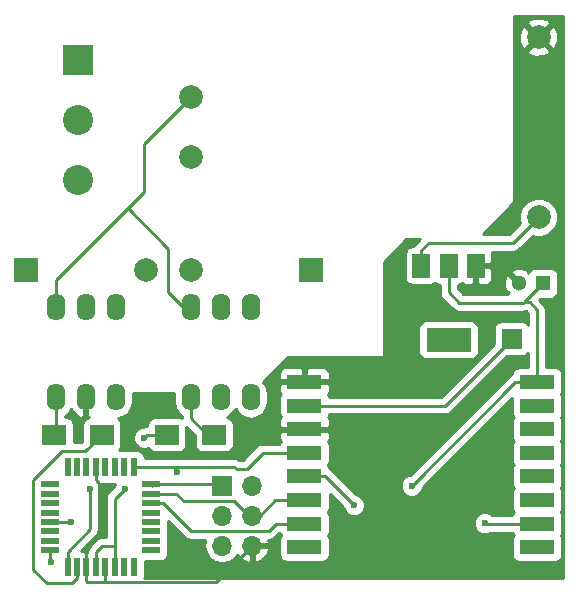
<source format=gtl>
G04 #@! TF.FileFunction,Copper,L1,Top,Signal*
%FSLAX46Y46*%
G04 Gerber Fmt 4.6, Leading zero omitted, Abs format (unit mm)*
G04 Created by KiCad (PCBNEW 4.0.5-e0-6337~49~ubuntu16.04.1) date Wed Jan 18 08:16:45 2017*
%MOMM*%
%LPD*%
G01*
G04 APERTURE LIST*
%ADD10C,0.100000*%
%ADD11R,3.000000X1.200000*%
%ADD12R,1.300000X1.300000*%
%ADD13C,1.300000*%
%ADD14C,1.998980*%
%ADD15R,1.998980X1.998980*%
%ADD16R,2.540000X2.540000*%
%ADD17C,2.540000*%
%ADD18C,2.000000*%
%ADD19O,1.600000X2.300000*%
%ADD20R,0.550000X1.600000*%
%ADD21R,1.600000X0.550000*%
%ADD22R,1.700000X1.700000*%
%ADD23O,1.700000X1.700000*%
%ADD24R,3.800000X2.000000*%
%ADD25R,1.500000X2.000000*%
%ADD26R,2.000000X1.700000*%
%ADD27C,0.600000*%
%ADD28C,0.250000*%
%ADD29C,0.254000*%
G04 APERTURE END LIST*
D10*
D11*
X180470000Y-125095000D03*
X180470000Y-123095000D03*
X180470000Y-121095000D03*
X180470000Y-119095000D03*
X180470000Y-117095000D03*
X180470000Y-115095000D03*
X180470000Y-113095000D03*
X180470000Y-111095000D03*
X160770000Y-111095000D03*
X160770000Y-113095000D03*
X160770000Y-115095000D03*
X160770000Y-117095000D03*
X160770000Y-119095000D03*
X160770000Y-121095000D03*
X160770000Y-123095000D03*
X160770000Y-125095000D03*
D12*
X180975000Y-102743000D03*
D13*
X178975000Y-102743000D03*
D14*
X147320000Y-101597460D03*
D15*
X137160000Y-101597460D03*
D16*
X141605000Y-83820000D03*
D17*
X141605000Y-88900000D03*
X141605000Y-93980000D03*
D14*
X151130000Y-101602540D03*
D15*
X161290000Y-101602540D03*
D18*
X151130000Y-86995000D03*
X151130000Y-92075000D03*
X180594000Y-81915000D03*
X180594000Y-97155000D03*
D19*
X139700000Y-112395000D03*
X142240000Y-112395000D03*
X144780000Y-112395000D03*
X144780000Y-104775000D03*
X142240000Y-104775000D03*
X139700000Y-104775000D03*
X151130000Y-112395000D03*
X153670000Y-112395000D03*
X156210000Y-112395000D03*
X156210000Y-104775000D03*
X153670000Y-104775000D03*
X151130000Y-104775000D03*
D20*
X140710000Y-126805000D03*
X141510000Y-126805000D03*
X142310000Y-126805000D03*
X143110000Y-126805000D03*
X143910000Y-126805000D03*
X144710000Y-126805000D03*
X145510000Y-126805000D03*
X146310000Y-126805000D03*
D21*
X147760000Y-125355000D03*
X147760000Y-124555000D03*
X147760000Y-123755000D03*
X147760000Y-122955000D03*
X147760000Y-122155000D03*
X147760000Y-121355000D03*
X147760000Y-120555000D03*
X147760000Y-119755000D03*
D20*
X146310000Y-118305000D03*
X145510000Y-118305000D03*
X144710000Y-118305000D03*
X143910000Y-118305000D03*
X143110000Y-118305000D03*
X142310000Y-118305000D03*
X141510000Y-118305000D03*
X140710000Y-118305000D03*
D21*
X139260000Y-119755000D03*
X139260000Y-120555000D03*
X139260000Y-121355000D03*
X139260000Y-122155000D03*
X139260000Y-122955000D03*
X139260000Y-123755000D03*
X139260000Y-124555000D03*
X139260000Y-125355000D03*
D22*
X153797000Y-119888000D03*
D23*
X156337000Y-119888000D03*
X153797000Y-122428000D03*
X156337000Y-122428000D03*
X153797000Y-124968000D03*
X156337000Y-124968000D03*
D24*
X172974000Y-107544000D03*
D25*
X172974000Y-101244000D03*
X170674000Y-101244000D03*
X175274000Y-101244000D03*
D22*
X178308000Y-107442000D03*
D26*
X139605000Y-115570000D03*
X143605000Y-115570000D03*
X153130000Y-115570000D03*
X149130000Y-115570000D03*
D27*
X145542000Y-120142000D03*
X169850000Y-119875000D03*
X142621000Y-120142000D03*
X147193000Y-115824000D03*
X164973000Y-121539000D03*
X149987000Y-118745000D03*
X140970000Y-122936000D03*
X176022000Y-123063000D03*
X139319000Y-126365000D03*
D28*
X143910000Y-127997000D02*
X153308000Y-127997000D01*
X153308000Y-127997000D02*
X156337000Y-124968000D01*
X143110000Y-118305000D02*
X143110000Y-119361000D01*
X142310000Y-125279000D02*
X142310000Y-126805000D01*
X143383000Y-124206000D02*
X142310000Y-125279000D01*
X143383000Y-119634000D02*
X143383000Y-124206000D01*
X143110000Y-119361000D02*
X143383000Y-119634000D01*
X142310000Y-126805000D02*
X142310000Y-127959000D01*
X143910000Y-127997000D02*
X143910000Y-126805000D01*
X143891000Y-128016000D02*
X143910000Y-127997000D01*
X142367000Y-128016000D02*
X143891000Y-128016000D01*
X142310000Y-127959000D02*
X142367000Y-128016000D01*
X144710000Y-123698000D02*
X144710000Y-120974000D01*
X144710000Y-120974000D02*
X145542000Y-120142000D01*
X143110000Y-126805000D02*
X143110000Y-125495000D01*
X143637000Y-124968000D02*
X144710000Y-124968000D01*
X143110000Y-125495000D02*
X143637000Y-124968000D01*
X144710000Y-123698000D02*
X144710000Y-124968000D01*
X144710000Y-124968000D02*
X144710000Y-126805000D01*
X180470000Y-111095000D02*
X178630000Y-111095000D01*
X178630000Y-111095000D02*
X169850000Y-119875000D01*
X179350000Y-104368000D02*
X179843000Y-104368000D01*
X180470000Y-104995000D02*
X180470000Y-111095000D01*
X179843000Y-104368000D02*
X180470000Y-104995000D01*
X172974000Y-101244000D02*
X172974000Y-103499000D01*
X179343000Y-104375000D02*
X179350000Y-104368000D01*
X179350000Y-104368000D02*
X180975000Y-102743000D01*
X173850000Y-104375000D02*
X179343000Y-104375000D01*
X172974000Y-103499000D02*
X173850000Y-104375000D01*
X140589000Y-116967000D02*
X140208000Y-116967000D01*
X137795000Y-127000000D02*
X138938000Y-128143000D01*
X137795000Y-119380000D02*
X137795000Y-127000000D01*
X140208000Y-116967000D02*
X137795000Y-119380000D01*
X141510000Y-126805000D02*
X141510000Y-127730000D01*
X141097000Y-128143000D02*
X138938000Y-128143000D01*
X141510000Y-127730000D02*
X141097000Y-128143000D01*
X142208000Y-116967000D02*
X143605000Y-115570000D01*
X140589000Y-116967000D02*
X142208000Y-116967000D01*
X140710000Y-126805000D02*
X140710000Y-125482000D01*
X142621000Y-123571000D02*
X142621000Y-120142000D01*
X140710000Y-125482000D02*
X142621000Y-123571000D01*
X147447000Y-115570000D02*
X149130000Y-115570000D01*
X147193000Y-115824000D02*
X147447000Y-115570000D01*
X151130000Y-104775000D02*
X150495000Y-104775000D01*
X150495000Y-104775000D02*
X149225000Y-103505000D01*
X149225000Y-103505000D02*
X149225000Y-99822000D01*
X149225000Y-99822000D02*
X145796000Y-96393000D01*
X139700000Y-104775000D02*
X139700000Y-102489000D01*
X147193000Y-90932000D02*
X151130000Y-86995000D01*
X147193000Y-94996000D02*
X147193000Y-90932000D01*
X139700000Y-102489000D02*
X145796000Y-96393000D01*
X145796000Y-96393000D02*
X147193000Y-94996000D01*
X139700000Y-112395000D02*
X139700000Y-115475000D01*
X139700000Y-115475000D02*
X139605000Y-115570000D01*
X153130000Y-115570000D02*
X152545000Y-115570000D01*
X152545000Y-115570000D02*
X151130000Y-114155000D01*
X151130000Y-114155000D02*
X151130000Y-112395000D01*
X170674000Y-101244000D02*
X170674000Y-99963000D01*
X170674000Y-99963000D02*
X171323000Y-99314000D01*
X178435000Y-99314000D02*
X180594000Y-97155000D01*
X171323000Y-99314000D02*
X178435000Y-99314000D01*
X155829000Y-123698000D02*
X151130000Y-123698000D01*
X151130000Y-123698000D02*
X150114000Y-122682000D01*
X160770000Y-123095000D02*
X158337000Y-123095000D01*
X157734000Y-123698000D02*
X155829000Y-123698000D01*
X158337000Y-123095000D02*
X157734000Y-123698000D01*
X147760000Y-121355000D02*
X148787000Y-121355000D01*
X148787000Y-121355000D02*
X150114000Y-122682000D01*
X156337000Y-122428000D02*
X156083000Y-122428000D01*
X156083000Y-122428000D02*
X154813000Y-121158000D01*
X150495000Y-121158000D02*
X150368000Y-121031000D01*
X154813000Y-121158000D02*
X150495000Y-121158000D01*
X156337000Y-122428000D02*
X156972000Y-122428000D01*
X156972000Y-122428000D02*
X158305000Y-121095000D01*
X158305000Y-121095000D02*
X160770000Y-121095000D01*
X147760000Y-120555000D02*
X149892000Y-120555000D01*
X149892000Y-120555000D02*
X150368000Y-121031000D01*
X156337000Y-122428000D02*
X156337000Y-122301000D01*
X160770000Y-119095000D02*
X162529000Y-119095000D01*
X162529000Y-119095000D02*
X164973000Y-121539000D01*
X147760000Y-119755000D02*
X153664000Y-119755000D01*
X153664000Y-119755000D02*
X153797000Y-119888000D01*
X147893000Y-119888000D02*
X147760000Y-119755000D01*
X153797000Y-119888000D02*
X153797000Y-119761000D01*
X149860000Y-118618000D02*
X149860000Y-118305000D01*
X149987000Y-118745000D02*
X149860000Y-118618000D01*
X155003500Y-118427500D02*
X155892500Y-118427500D01*
X157225000Y-117095000D02*
X160770000Y-117095000D01*
X155892500Y-118427500D02*
X157225000Y-117095000D01*
X153797000Y-122428000D02*
X154051000Y-122428000D01*
X154881000Y-118305000D02*
X149860000Y-118305000D01*
X149860000Y-118305000D02*
X146310000Y-118305000D01*
X155003500Y-118427500D02*
X154881000Y-118305000D01*
X139260000Y-122955000D02*
X140951000Y-122955000D01*
X140951000Y-122955000D02*
X140970000Y-122936000D01*
X139260000Y-125355000D02*
X139260000Y-126306000D01*
X176054000Y-123095000D02*
X180470000Y-123095000D01*
X176022000Y-123063000D02*
X176054000Y-123095000D01*
X139260000Y-126306000D02*
X139319000Y-126365000D01*
X160770000Y-113095000D02*
X172655000Y-113095000D01*
X172655000Y-113095000D02*
X178308000Y-107442000D01*
D29*
G36*
X182640000Y-127665000D02*
X147220290Y-127665000D01*
X147232440Y-127605000D01*
X147232440Y-126277440D01*
X148560000Y-126277440D01*
X148795317Y-126233162D01*
X149011441Y-126094090D01*
X149156431Y-125881890D01*
X149207440Y-125630000D01*
X149207440Y-125080000D01*
X149183056Y-124950411D01*
X149207440Y-124830000D01*
X149207440Y-124280000D01*
X149183056Y-124150411D01*
X149207440Y-124030000D01*
X149207440Y-123480000D01*
X149183056Y-123350411D01*
X149207440Y-123230000D01*
X149207440Y-122850242D01*
X150592599Y-124235401D01*
X150839161Y-124400148D01*
X151130000Y-124458000D01*
X152384352Y-124458000D01*
X152282907Y-124968000D01*
X152395946Y-125536285D01*
X152717853Y-126018054D01*
X153199622Y-126339961D01*
X153767907Y-126453000D01*
X153826093Y-126453000D01*
X154394378Y-126339961D01*
X154876147Y-126018054D01*
X155065345Y-125734899D01*
X155065355Y-125734924D01*
X155455642Y-126163183D01*
X155980108Y-126409486D01*
X156210000Y-126288819D01*
X156210000Y-125095000D01*
X156464000Y-125095000D01*
X156464000Y-126288819D01*
X156693892Y-126409486D01*
X157218358Y-126163183D01*
X157608645Y-125734924D01*
X157778476Y-125324890D01*
X157657155Y-125095000D01*
X156464000Y-125095000D01*
X156210000Y-125095000D01*
X156190000Y-125095000D01*
X156190000Y-124841000D01*
X156210000Y-124841000D01*
X156210000Y-124821000D01*
X156464000Y-124821000D01*
X156464000Y-124841000D01*
X157657155Y-124841000D01*
X157778476Y-124611110D01*
X157715060Y-124458000D01*
X157734000Y-124458000D01*
X158024839Y-124400148D01*
X158271401Y-124235401D01*
X158651802Y-123855000D01*
X158652666Y-123855000D01*
X158666838Y-123930317D01*
X158773759Y-124096477D01*
X158673569Y-124243110D01*
X158622560Y-124495000D01*
X158622560Y-125695000D01*
X158666838Y-125930317D01*
X158805910Y-126146441D01*
X159018110Y-126291431D01*
X159270000Y-126342440D01*
X162270000Y-126342440D01*
X162505317Y-126298162D01*
X162721441Y-126159090D01*
X162866431Y-125946890D01*
X162917440Y-125695000D01*
X162917440Y-124495000D01*
X162873162Y-124259683D01*
X162766241Y-124093523D01*
X162866431Y-123946890D01*
X162917440Y-123695000D01*
X162917440Y-122495000D01*
X162873162Y-122259683D01*
X162766241Y-122093523D01*
X162866431Y-121946890D01*
X162917440Y-121695000D01*
X162917440Y-120558242D01*
X164037878Y-121678680D01*
X164037838Y-121724167D01*
X164179883Y-122067943D01*
X164442673Y-122331192D01*
X164786201Y-122473838D01*
X165158167Y-122474162D01*
X165501943Y-122332117D01*
X165765192Y-122069327D01*
X165907838Y-121725799D01*
X165908162Y-121353833D01*
X165766117Y-121010057D01*
X165503327Y-120746808D01*
X165159799Y-120604162D01*
X165112923Y-120604121D01*
X163066401Y-118557599D01*
X162909491Y-118452755D01*
X162873162Y-118259683D01*
X162766241Y-118093523D01*
X162866431Y-117946890D01*
X162917440Y-117695000D01*
X162917440Y-116495000D01*
X162873162Y-116259683D01*
X162767518Y-116095508D01*
X162808327Y-116054699D01*
X162905000Y-115821310D01*
X162905000Y-115380750D01*
X162746250Y-115222000D01*
X160897000Y-115222000D01*
X160897000Y-115242000D01*
X160643000Y-115242000D01*
X160643000Y-115222000D01*
X158793750Y-115222000D01*
X158635000Y-115380750D01*
X158635000Y-115821310D01*
X158731673Y-116054699D01*
X158773634Y-116096660D01*
X158673569Y-116243110D01*
X158654961Y-116335000D01*
X157225000Y-116335000D01*
X156934161Y-116392852D01*
X156687599Y-116557599D01*
X155577698Y-117667500D01*
X155268592Y-117667500D01*
X155171839Y-117602852D01*
X154881000Y-117545000D01*
X147232440Y-117545000D01*
X147232440Y-117505000D01*
X147188162Y-117269683D01*
X147049090Y-117053559D01*
X146836890Y-116908569D01*
X146585000Y-116857560D01*
X146035000Y-116857560D01*
X145905411Y-116881944D01*
X145785000Y-116857560D01*
X145235000Y-116857560D01*
X145105411Y-116881944D01*
X145063681Y-116873493D01*
X145201431Y-116671890D01*
X145252440Y-116420000D01*
X145252440Y-114720000D01*
X145208162Y-114484683D01*
X145069090Y-114268559D01*
X144943161Y-114182515D01*
X145329151Y-114105737D01*
X145794698Y-113794668D01*
X146105767Y-113329121D01*
X146215000Y-112779970D01*
X146215000Y-112010030D01*
X146213403Y-112002000D01*
X149696597Y-112002000D01*
X149695000Y-112010030D01*
X149695000Y-112779970D01*
X149804233Y-113329121D01*
X150115302Y-113794668D01*
X150370000Y-113964852D01*
X150370000Y-114121161D01*
X150130000Y-114072560D01*
X148130000Y-114072560D01*
X147894683Y-114116838D01*
X147678559Y-114255910D01*
X147533569Y-114468110D01*
X147482560Y-114720000D01*
X147482560Y-114810000D01*
X147447000Y-114810000D01*
X147156160Y-114867852D01*
X147124600Y-114888940D01*
X147007833Y-114888838D01*
X146664057Y-115030883D01*
X146400808Y-115293673D01*
X146258162Y-115637201D01*
X146257838Y-116009167D01*
X146399883Y-116352943D01*
X146662673Y-116616192D01*
X147006201Y-116758838D01*
X147378167Y-116759162D01*
X147548399Y-116688824D01*
X147665910Y-116871441D01*
X147878110Y-117016431D01*
X148130000Y-117067440D01*
X150130000Y-117067440D01*
X150365317Y-117023162D01*
X150581441Y-116884090D01*
X150726431Y-116671890D01*
X150777440Y-116420000D01*
X150777440Y-114877242D01*
X151482560Y-115582362D01*
X151482560Y-116420000D01*
X151526838Y-116655317D01*
X151665910Y-116871441D01*
X151878110Y-117016431D01*
X152130000Y-117067440D01*
X154130000Y-117067440D01*
X154365317Y-117023162D01*
X154581441Y-116884090D01*
X154726431Y-116671890D01*
X154777440Y-116420000D01*
X154777440Y-114720000D01*
X154733162Y-114484683D01*
X154594090Y-114268559D01*
X154381890Y-114123569D01*
X154171854Y-114081036D01*
X154594896Y-113849500D01*
X154942851Y-113416849D01*
X155195302Y-113794668D01*
X155660849Y-114105737D01*
X156210000Y-114214970D01*
X156759151Y-114105737D01*
X157224698Y-113794668D01*
X157535767Y-113329121D01*
X157645000Y-112779970D01*
X157645000Y-112010030D01*
X157535767Y-111460879D01*
X157298629Y-111105977D01*
X158035916Y-110368690D01*
X158635000Y-110368690D01*
X158635000Y-110809250D01*
X158793750Y-110968000D01*
X160643000Y-110968000D01*
X160643000Y-110018750D01*
X160897000Y-110018750D01*
X160897000Y-110968000D01*
X162746250Y-110968000D01*
X162905000Y-110809250D01*
X162905000Y-110368690D01*
X162808327Y-110135301D01*
X162629698Y-109956673D01*
X162396309Y-109860000D01*
X161055750Y-109860000D01*
X160897000Y-110018750D01*
X160643000Y-110018750D01*
X160484250Y-109860000D01*
X159143691Y-109860000D01*
X158910302Y-109956673D01*
X158731673Y-110135301D01*
X158635000Y-110368690D01*
X158035916Y-110368690D01*
X159402606Y-109002000D01*
X167350000Y-109002000D01*
X167399410Y-108991994D01*
X167441035Y-108963553D01*
X167468315Y-108921159D01*
X167477000Y-108875000D01*
X167477000Y-106544000D01*
X170426560Y-106544000D01*
X170426560Y-108544000D01*
X170470838Y-108779317D01*
X170609910Y-108995441D01*
X170822110Y-109140431D01*
X171074000Y-109191440D01*
X174874000Y-109191440D01*
X175109317Y-109147162D01*
X175325441Y-109008090D01*
X175470431Y-108795890D01*
X175521440Y-108544000D01*
X175521440Y-106544000D01*
X175477162Y-106308683D01*
X175338090Y-106092559D01*
X175125890Y-105947569D01*
X174874000Y-105896560D01*
X171074000Y-105896560D01*
X170838683Y-105940838D01*
X170622559Y-106079910D01*
X170477569Y-106292110D01*
X170426560Y-106544000D01*
X167477000Y-106544000D01*
X167477000Y-100927606D01*
X169402606Y-99002000D01*
X170560198Y-99002000D01*
X170136599Y-99425599D01*
X170022367Y-99596560D01*
X169924000Y-99596560D01*
X169688683Y-99640838D01*
X169472559Y-99779910D01*
X169327569Y-99992110D01*
X169276560Y-100244000D01*
X169276560Y-102244000D01*
X169320838Y-102479317D01*
X169459910Y-102695441D01*
X169672110Y-102840431D01*
X169924000Y-102891440D01*
X171424000Y-102891440D01*
X171659317Y-102847162D01*
X171825477Y-102740241D01*
X171972110Y-102840431D01*
X172214000Y-102889415D01*
X172214000Y-103499000D01*
X172271852Y-103789839D01*
X172436599Y-104036401D01*
X173312599Y-104912401D01*
X173559161Y-105077148D01*
X173850000Y-105135000D01*
X179343000Y-105135000D01*
X179378191Y-105128000D01*
X179528198Y-105128000D01*
X179710000Y-105309802D01*
X179710000Y-106277175D01*
X179622090Y-106140559D01*
X179409890Y-105995569D01*
X179158000Y-105944560D01*
X177458000Y-105944560D01*
X177222683Y-105988838D01*
X177006559Y-106127910D01*
X176861569Y-106340110D01*
X176810560Y-106592000D01*
X176810560Y-107864638D01*
X172340198Y-112335000D01*
X162887334Y-112335000D01*
X162873162Y-112259683D01*
X162767518Y-112095508D01*
X162808327Y-112054699D01*
X162905000Y-111821310D01*
X162905000Y-111380750D01*
X162746250Y-111222000D01*
X160897000Y-111222000D01*
X160897000Y-111242000D01*
X160643000Y-111242000D01*
X160643000Y-111222000D01*
X158793750Y-111222000D01*
X158635000Y-111380750D01*
X158635000Y-111821310D01*
X158731673Y-112054699D01*
X158773634Y-112096660D01*
X158673569Y-112243110D01*
X158622560Y-112495000D01*
X158622560Y-113695000D01*
X158666838Y-113930317D01*
X158772482Y-114094492D01*
X158731673Y-114135301D01*
X158635000Y-114368690D01*
X158635000Y-114809250D01*
X158793750Y-114968000D01*
X160643000Y-114968000D01*
X160643000Y-114948000D01*
X160897000Y-114948000D01*
X160897000Y-114968000D01*
X162746250Y-114968000D01*
X162905000Y-114809250D01*
X162905000Y-114368690D01*
X162808327Y-114135301D01*
X162766366Y-114093340D01*
X162866431Y-113946890D01*
X162885039Y-113855000D01*
X172655000Y-113855000D01*
X172945839Y-113797148D01*
X173192401Y-113632401D01*
X177885362Y-108939440D01*
X179158000Y-108939440D01*
X179393317Y-108895162D01*
X179609441Y-108756090D01*
X179710000Y-108608917D01*
X179710000Y-109847560D01*
X178970000Y-109847560D01*
X178734683Y-109891838D01*
X178518559Y-110030910D01*
X178373569Y-110243110D01*
X178343417Y-110392005D01*
X178339161Y-110392852D01*
X178092599Y-110557599D01*
X169710320Y-118939878D01*
X169664833Y-118939838D01*
X169321057Y-119081883D01*
X169057808Y-119344673D01*
X168915162Y-119688201D01*
X168914838Y-120060167D01*
X169056883Y-120403943D01*
X169319673Y-120667192D01*
X169663201Y-120809838D01*
X170035167Y-120810162D01*
X170378943Y-120668117D01*
X170642192Y-120405327D01*
X170784838Y-120061799D01*
X170784879Y-120014923D01*
X178327069Y-112472733D01*
X178322560Y-112495000D01*
X178322560Y-113695000D01*
X178366838Y-113930317D01*
X178473759Y-114096477D01*
X178373569Y-114243110D01*
X178322560Y-114495000D01*
X178322560Y-115695000D01*
X178366838Y-115930317D01*
X178473759Y-116096477D01*
X178373569Y-116243110D01*
X178322560Y-116495000D01*
X178322560Y-117695000D01*
X178366838Y-117930317D01*
X178473759Y-118096477D01*
X178373569Y-118243110D01*
X178322560Y-118495000D01*
X178322560Y-119695000D01*
X178366838Y-119930317D01*
X178473759Y-120096477D01*
X178373569Y-120243110D01*
X178322560Y-120495000D01*
X178322560Y-121695000D01*
X178366838Y-121930317D01*
X178473759Y-122096477D01*
X178373569Y-122243110D01*
X178354961Y-122335000D01*
X176616407Y-122335000D01*
X176552327Y-122270808D01*
X176208799Y-122128162D01*
X175836833Y-122127838D01*
X175493057Y-122269883D01*
X175229808Y-122532673D01*
X175087162Y-122876201D01*
X175086838Y-123248167D01*
X175228883Y-123591943D01*
X175491673Y-123855192D01*
X175835201Y-123997838D01*
X176207167Y-123998162D01*
X176550943Y-123856117D01*
X176552062Y-123855000D01*
X178352666Y-123855000D01*
X178366838Y-123930317D01*
X178473759Y-124096477D01*
X178373569Y-124243110D01*
X178322560Y-124495000D01*
X178322560Y-125695000D01*
X178366838Y-125930317D01*
X178505910Y-126146441D01*
X178718110Y-126291431D01*
X178970000Y-126342440D01*
X181970000Y-126342440D01*
X182205317Y-126298162D01*
X182421441Y-126159090D01*
X182566431Y-125946890D01*
X182617440Y-125695000D01*
X182617440Y-124495000D01*
X182573162Y-124259683D01*
X182466241Y-124093523D01*
X182566431Y-123946890D01*
X182617440Y-123695000D01*
X182617440Y-122495000D01*
X182573162Y-122259683D01*
X182466241Y-122093523D01*
X182566431Y-121946890D01*
X182617440Y-121695000D01*
X182617440Y-120495000D01*
X182573162Y-120259683D01*
X182466241Y-120093523D01*
X182566431Y-119946890D01*
X182617440Y-119695000D01*
X182617440Y-118495000D01*
X182573162Y-118259683D01*
X182466241Y-118093523D01*
X182566431Y-117946890D01*
X182617440Y-117695000D01*
X182617440Y-116495000D01*
X182573162Y-116259683D01*
X182466241Y-116093523D01*
X182566431Y-115946890D01*
X182617440Y-115695000D01*
X182617440Y-114495000D01*
X182573162Y-114259683D01*
X182466241Y-114093523D01*
X182566431Y-113946890D01*
X182617440Y-113695000D01*
X182617440Y-112495000D01*
X182573162Y-112259683D01*
X182466241Y-112093523D01*
X182566431Y-111946890D01*
X182617440Y-111695000D01*
X182617440Y-110495000D01*
X182573162Y-110259683D01*
X182434090Y-110043559D01*
X182221890Y-109898569D01*
X181970000Y-109847560D01*
X181230000Y-109847560D01*
X181230000Y-104995000D01*
X181172148Y-104704161D01*
X181007401Y-104457599D01*
X180671302Y-104121500D01*
X180752362Y-104040440D01*
X181625000Y-104040440D01*
X181860317Y-103996162D01*
X182076441Y-103857090D01*
X182221431Y-103644890D01*
X182272440Y-103393000D01*
X182272440Y-102093000D01*
X182228162Y-101857683D01*
X182089090Y-101641559D01*
X181876890Y-101496569D01*
X181625000Y-101445560D01*
X180325000Y-101445560D01*
X180089683Y-101489838D01*
X179873559Y-101628910D01*
X179796063Y-101742329D01*
X179694410Y-101843982D01*
X179638729Y-101613389D01*
X179155922Y-101445378D01*
X178645572Y-101474917D01*
X178311271Y-101613389D01*
X178255590Y-101843984D01*
X178975000Y-102563395D01*
X178989142Y-102549252D01*
X179168748Y-102728858D01*
X179154605Y-102743000D01*
X179168748Y-102757142D01*
X178989142Y-102936748D01*
X178975000Y-102922605D01*
X178960858Y-102936748D01*
X178781252Y-102757142D01*
X178795395Y-102743000D01*
X178075984Y-102023590D01*
X177845389Y-102079271D01*
X177677378Y-102562078D01*
X177706917Y-103072428D01*
X177845389Y-103406729D01*
X178075982Y-103462410D01*
X177960522Y-103577870D01*
X177997652Y-103615000D01*
X174164802Y-103615000D01*
X173734000Y-103184198D01*
X173734000Y-102889558D01*
X173959317Y-102847162D01*
X174123492Y-102741518D01*
X174164301Y-102782327D01*
X174397690Y-102879000D01*
X174988250Y-102879000D01*
X175147000Y-102720250D01*
X175147000Y-101371000D01*
X175401000Y-101371000D01*
X175401000Y-102720250D01*
X175559750Y-102879000D01*
X176150310Y-102879000D01*
X176383699Y-102782327D01*
X176562327Y-102603698D01*
X176659000Y-102370309D01*
X176659000Y-101529750D01*
X176500250Y-101371000D01*
X175401000Y-101371000D01*
X175147000Y-101371000D01*
X175127000Y-101371000D01*
X175127000Y-101117000D01*
X175147000Y-101117000D01*
X175147000Y-101097000D01*
X175401000Y-101097000D01*
X175401000Y-101117000D01*
X176500250Y-101117000D01*
X176659000Y-100958250D01*
X176659000Y-100117691D01*
X176640903Y-100074000D01*
X178435000Y-100074000D01*
X178725839Y-100016148D01*
X178972401Y-99851401D01*
X180102527Y-98721275D01*
X180267352Y-98789716D01*
X180917795Y-98790284D01*
X181518943Y-98541894D01*
X181979278Y-98082363D01*
X182228716Y-97481648D01*
X182229284Y-96831205D01*
X181980894Y-96230057D01*
X181521363Y-95769722D01*
X180920648Y-95520284D01*
X180270205Y-95519716D01*
X179669057Y-95768106D01*
X179208722Y-96227637D01*
X178959284Y-96828352D01*
X178958716Y-97478795D01*
X179027919Y-97646279D01*
X178120198Y-98554000D01*
X175850606Y-98554000D01*
X178439803Y-95964803D01*
X178467666Y-95922789D01*
X178477000Y-95875000D01*
X178477000Y-83067532D01*
X179621073Y-83067532D01*
X179719736Y-83334387D01*
X180329461Y-83560908D01*
X180979460Y-83536856D01*
X181468264Y-83334387D01*
X181566927Y-83067532D01*
X180594000Y-82094605D01*
X179621073Y-83067532D01*
X178477000Y-83067532D01*
X178477000Y-81650461D01*
X178948092Y-81650461D01*
X178972144Y-82300460D01*
X179174613Y-82789264D01*
X179441468Y-82887927D01*
X180414395Y-81915000D01*
X180773605Y-81915000D01*
X181746532Y-82887927D01*
X182013387Y-82789264D01*
X182239908Y-82179539D01*
X182215856Y-81529540D01*
X182013387Y-81040736D01*
X181746532Y-80942073D01*
X180773605Y-81915000D01*
X180414395Y-81915000D01*
X179441468Y-80942073D01*
X179174613Y-81040736D01*
X178948092Y-81650461D01*
X178477000Y-81650461D01*
X178477000Y-80762468D01*
X179621073Y-80762468D01*
X180594000Y-81735395D01*
X181566927Y-80762468D01*
X181468264Y-80495613D01*
X180858539Y-80269092D01*
X180208540Y-80293144D01*
X179719736Y-80495613D01*
X179621073Y-80762468D01*
X178477000Y-80762468D01*
X178477000Y-80085000D01*
X182640000Y-80085000D01*
X182640000Y-127665000D01*
X182640000Y-127665000D01*
G37*
X182640000Y-127665000D02*
X147220290Y-127665000D01*
X147232440Y-127605000D01*
X147232440Y-126277440D01*
X148560000Y-126277440D01*
X148795317Y-126233162D01*
X149011441Y-126094090D01*
X149156431Y-125881890D01*
X149207440Y-125630000D01*
X149207440Y-125080000D01*
X149183056Y-124950411D01*
X149207440Y-124830000D01*
X149207440Y-124280000D01*
X149183056Y-124150411D01*
X149207440Y-124030000D01*
X149207440Y-123480000D01*
X149183056Y-123350411D01*
X149207440Y-123230000D01*
X149207440Y-122850242D01*
X150592599Y-124235401D01*
X150839161Y-124400148D01*
X151130000Y-124458000D01*
X152384352Y-124458000D01*
X152282907Y-124968000D01*
X152395946Y-125536285D01*
X152717853Y-126018054D01*
X153199622Y-126339961D01*
X153767907Y-126453000D01*
X153826093Y-126453000D01*
X154394378Y-126339961D01*
X154876147Y-126018054D01*
X155065345Y-125734899D01*
X155065355Y-125734924D01*
X155455642Y-126163183D01*
X155980108Y-126409486D01*
X156210000Y-126288819D01*
X156210000Y-125095000D01*
X156464000Y-125095000D01*
X156464000Y-126288819D01*
X156693892Y-126409486D01*
X157218358Y-126163183D01*
X157608645Y-125734924D01*
X157778476Y-125324890D01*
X157657155Y-125095000D01*
X156464000Y-125095000D01*
X156210000Y-125095000D01*
X156190000Y-125095000D01*
X156190000Y-124841000D01*
X156210000Y-124841000D01*
X156210000Y-124821000D01*
X156464000Y-124821000D01*
X156464000Y-124841000D01*
X157657155Y-124841000D01*
X157778476Y-124611110D01*
X157715060Y-124458000D01*
X157734000Y-124458000D01*
X158024839Y-124400148D01*
X158271401Y-124235401D01*
X158651802Y-123855000D01*
X158652666Y-123855000D01*
X158666838Y-123930317D01*
X158773759Y-124096477D01*
X158673569Y-124243110D01*
X158622560Y-124495000D01*
X158622560Y-125695000D01*
X158666838Y-125930317D01*
X158805910Y-126146441D01*
X159018110Y-126291431D01*
X159270000Y-126342440D01*
X162270000Y-126342440D01*
X162505317Y-126298162D01*
X162721441Y-126159090D01*
X162866431Y-125946890D01*
X162917440Y-125695000D01*
X162917440Y-124495000D01*
X162873162Y-124259683D01*
X162766241Y-124093523D01*
X162866431Y-123946890D01*
X162917440Y-123695000D01*
X162917440Y-122495000D01*
X162873162Y-122259683D01*
X162766241Y-122093523D01*
X162866431Y-121946890D01*
X162917440Y-121695000D01*
X162917440Y-120558242D01*
X164037878Y-121678680D01*
X164037838Y-121724167D01*
X164179883Y-122067943D01*
X164442673Y-122331192D01*
X164786201Y-122473838D01*
X165158167Y-122474162D01*
X165501943Y-122332117D01*
X165765192Y-122069327D01*
X165907838Y-121725799D01*
X165908162Y-121353833D01*
X165766117Y-121010057D01*
X165503327Y-120746808D01*
X165159799Y-120604162D01*
X165112923Y-120604121D01*
X163066401Y-118557599D01*
X162909491Y-118452755D01*
X162873162Y-118259683D01*
X162766241Y-118093523D01*
X162866431Y-117946890D01*
X162917440Y-117695000D01*
X162917440Y-116495000D01*
X162873162Y-116259683D01*
X162767518Y-116095508D01*
X162808327Y-116054699D01*
X162905000Y-115821310D01*
X162905000Y-115380750D01*
X162746250Y-115222000D01*
X160897000Y-115222000D01*
X160897000Y-115242000D01*
X160643000Y-115242000D01*
X160643000Y-115222000D01*
X158793750Y-115222000D01*
X158635000Y-115380750D01*
X158635000Y-115821310D01*
X158731673Y-116054699D01*
X158773634Y-116096660D01*
X158673569Y-116243110D01*
X158654961Y-116335000D01*
X157225000Y-116335000D01*
X156934161Y-116392852D01*
X156687599Y-116557599D01*
X155577698Y-117667500D01*
X155268592Y-117667500D01*
X155171839Y-117602852D01*
X154881000Y-117545000D01*
X147232440Y-117545000D01*
X147232440Y-117505000D01*
X147188162Y-117269683D01*
X147049090Y-117053559D01*
X146836890Y-116908569D01*
X146585000Y-116857560D01*
X146035000Y-116857560D01*
X145905411Y-116881944D01*
X145785000Y-116857560D01*
X145235000Y-116857560D01*
X145105411Y-116881944D01*
X145063681Y-116873493D01*
X145201431Y-116671890D01*
X145252440Y-116420000D01*
X145252440Y-114720000D01*
X145208162Y-114484683D01*
X145069090Y-114268559D01*
X144943161Y-114182515D01*
X145329151Y-114105737D01*
X145794698Y-113794668D01*
X146105767Y-113329121D01*
X146215000Y-112779970D01*
X146215000Y-112010030D01*
X146213403Y-112002000D01*
X149696597Y-112002000D01*
X149695000Y-112010030D01*
X149695000Y-112779970D01*
X149804233Y-113329121D01*
X150115302Y-113794668D01*
X150370000Y-113964852D01*
X150370000Y-114121161D01*
X150130000Y-114072560D01*
X148130000Y-114072560D01*
X147894683Y-114116838D01*
X147678559Y-114255910D01*
X147533569Y-114468110D01*
X147482560Y-114720000D01*
X147482560Y-114810000D01*
X147447000Y-114810000D01*
X147156160Y-114867852D01*
X147124600Y-114888940D01*
X147007833Y-114888838D01*
X146664057Y-115030883D01*
X146400808Y-115293673D01*
X146258162Y-115637201D01*
X146257838Y-116009167D01*
X146399883Y-116352943D01*
X146662673Y-116616192D01*
X147006201Y-116758838D01*
X147378167Y-116759162D01*
X147548399Y-116688824D01*
X147665910Y-116871441D01*
X147878110Y-117016431D01*
X148130000Y-117067440D01*
X150130000Y-117067440D01*
X150365317Y-117023162D01*
X150581441Y-116884090D01*
X150726431Y-116671890D01*
X150777440Y-116420000D01*
X150777440Y-114877242D01*
X151482560Y-115582362D01*
X151482560Y-116420000D01*
X151526838Y-116655317D01*
X151665910Y-116871441D01*
X151878110Y-117016431D01*
X152130000Y-117067440D01*
X154130000Y-117067440D01*
X154365317Y-117023162D01*
X154581441Y-116884090D01*
X154726431Y-116671890D01*
X154777440Y-116420000D01*
X154777440Y-114720000D01*
X154733162Y-114484683D01*
X154594090Y-114268559D01*
X154381890Y-114123569D01*
X154171854Y-114081036D01*
X154594896Y-113849500D01*
X154942851Y-113416849D01*
X155195302Y-113794668D01*
X155660849Y-114105737D01*
X156210000Y-114214970D01*
X156759151Y-114105737D01*
X157224698Y-113794668D01*
X157535767Y-113329121D01*
X157645000Y-112779970D01*
X157645000Y-112010030D01*
X157535767Y-111460879D01*
X157298629Y-111105977D01*
X158035916Y-110368690D01*
X158635000Y-110368690D01*
X158635000Y-110809250D01*
X158793750Y-110968000D01*
X160643000Y-110968000D01*
X160643000Y-110018750D01*
X160897000Y-110018750D01*
X160897000Y-110968000D01*
X162746250Y-110968000D01*
X162905000Y-110809250D01*
X162905000Y-110368690D01*
X162808327Y-110135301D01*
X162629698Y-109956673D01*
X162396309Y-109860000D01*
X161055750Y-109860000D01*
X160897000Y-110018750D01*
X160643000Y-110018750D01*
X160484250Y-109860000D01*
X159143691Y-109860000D01*
X158910302Y-109956673D01*
X158731673Y-110135301D01*
X158635000Y-110368690D01*
X158035916Y-110368690D01*
X159402606Y-109002000D01*
X167350000Y-109002000D01*
X167399410Y-108991994D01*
X167441035Y-108963553D01*
X167468315Y-108921159D01*
X167477000Y-108875000D01*
X167477000Y-106544000D01*
X170426560Y-106544000D01*
X170426560Y-108544000D01*
X170470838Y-108779317D01*
X170609910Y-108995441D01*
X170822110Y-109140431D01*
X171074000Y-109191440D01*
X174874000Y-109191440D01*
X175109317Y-109147162D01*
X175325441Y-109008090D01*
X175470431Y-108795890D01*
X175521440Y-108544000D01*
X175521440Y-106544000D01*
X175477162Y-106308683D01*
X175338090Y-106092559D01*
X175125890Y-105947569D01*
X174874000Y-105896560D01*
X171074000Y-105896560D01*
X170838683Y-105940838D01*
X170622559Y-106079910D01*
X170477569Y-106292110D01*
X170426560Y-106544000D01*
X167477000Y-106544000D01*
X167477000Y-100927606D01*
X169402606Y-99002000D01*
X170560198Y-99002000D01*
X170136599Y-99425599D01*
X170022367Y-99596560D01*
X169924000Y-99596560D01*
X169688683Y-99640838D01*
X169472559Y-99779910D01*
X169327569Y-99992110D01*
X169276560Y-100244000D01*
X169276560Y-102244000D01*
X169320838Y-102479317D01*
X169459910Y-102695441D01*
X169672110Y-102840431D01*
X169924000Y-102891440D01*
X171424000Y-102891440D01*
X171659317Y-102847162D01*
X171825477Y-102740241D01*
X171972110Y-102840431D01*
X172214000Y-102889415D01*
X172214000Y-103499000D01*
X172271852Y-103789839D01*
X172436599Y-104036401D01*
X173312599Y-104912401D01*
X173559161Y-105077148D01*
X173850000Y-105135000D01*
X179343000Y-105135000D01*
X179378191Y-105128000D01*
X179528198Y-105128000D01*
X179710000Y-105309802D01*
X179710000Y-106277175D01*
X179622090Y-106140559D01*
X179409890Y-105995569D01*
X179158000Y-105944560D01*
X177458000Y-105944560D01*
X177222683Y-105988838D01*
X177006559Y-106127910D01*
X176861569Y-106340110D01*
X176810560Y-106592000D01*
X176810560Y-107864638D01*
X172340198Y-112335000D01*
X162887334Y-112335000D01*
X162873162Y-112259683D01*
X162767518Y-112095508D01*
X162808327Y-112054699D01*
X162905000Y-111821310D01*
X162905000Y-111380750D01*
X162746250Y-111222000D01*
X160897000Y-111222000D01*
X160897000Y-111242000D01*
X160643000Y-111242000D01*
X160643000Y-111222000D01*
X158793750Y-111222000D01*
X158635000Y-111380750D01*
X158635000Y-111821310D01*
X158731673Y-112054699D01*
X158773634Y-112096660D01*
X158673569Y-112243110D01*
X158622560Y-112495000D01*
X158622560Y-113695000D01*
X158666838Y-113930317D01*
X158772482Y-114094492D01*
X158731673Y-114135301D01*
X158635000Y-114368690D01*
X158635000Y-114809250D01*
X158793750Y-114968000D01*
X160643000Y-114968000D01*
X160643000Y-114948000D01*
X160897000Y-114948000D01*
X160897000Y-114968000D01*
X162746250Y-114968000D01*
X162905000Y-114809250D01*
X162905000Y-114368690D01*
X162808327Y-114135301D01*
X162766366Y-114093340D01*
X162866431Y-113946890D01*
X162885039Y-113855000D01*
X172655000Y-113855000D01*
X172945839Y-113797148D01*
X173192401Y-113632401D01*
X177885362Y-108939440D01*
X179158000Y-108939440D01*
X179393317Y-108895162D01*
X179609441Y-108756090D01*
X179710000Y-108608917D01*
X179710000Y-109847560D01*
X178970000Y-109847560D01*
X178734683Y-109891838D01*
X178518559Y-110030910D01*
X178373569Y-110243110D01*
X178343417Y-110392005D01*
X178339161Y-110392852D01*
X178092599Y-110557599D01*
X169710320Y-118939878D01*
X169664833Y-118939838D01*
X169321057Y-119081883D01*
X169057808Y-119344673D01*
X168915162Y-119688201D01*
X168914838Y-120060167D01*
X169056883Y-120403943D01*
X169319673Y-120667192D01*
X169663201Y-120809838D01*
X170035167Y-120810162D01*
X170378943Y-120668117D01*
X170642192Y-120405327D01*
X170784838Y-120061799D01*
X170784879Y-120014923D01*
X178327069Y-112472733D01*
X178322560Y-112495000D01*
X178322560Y-113695000D01*
X178366838Y-113930317D01*
X178473759Y-114096477D01*
X178373569Y-114243110D01*
X178322560Y-114495000D01*
X178322560Y-115695000D01*
X178366838Y-115930317D01*
X178473759Y-116096477D01*
X178373569Y-116243110D01*
X178322560Y-116495000D01*
X178322560Y-117695000D01*
X178366838Y-117930317D01*
X178473759Y-118096477D01*
X178373569Y-118243110D01*
X178322560Y-118495000D01*
X178322560Y-119695000D01*
X178366838Y-119930317D01*
X178473759Y-120096477D01*
X178373569Y-120243110D01*
X178322560Y-120495000D01*
X178322560Y-121695000D01*
X178366838Y-121930317D01*
X178473759Y-122096477D01*
X178373569Y-122243110D01*
X178354961Y-122335000D01*
X176616407Y-122335000D01*
X176552327Y-122270808D01*
X176208799Y-122128162D01*
X175836833Y-122127838D01*
X175493057Y-122269883D01*
X175229808Y-122532673D01*
X175087162Y-122876201D01*
X175086838Y-123248167D01*
X175228883Y-123591943D01*
X175491673Y-123855192D01*
X175835201Y-123997838D01*
X176207167Y-123998162D01*
X176550943Y-123856117D01*
X176552062Y-123855000D01*
X178352666Y-123855000D01*
X178366838Y-123930317D01*
X178473759Y-124096477D01*
X178373569Y-124243110D01*
X178322560Y-124495000D01*
X178322560Y-125695000D01*
X178366838Y-125930317D01*
X178505910Y-126146441D01*
X178718110Y-126291431D01*
X178970000Y-126342440D01*
X181970000Y-126342440D01*
X182205317Y-126298162D01*
X182421441Y-126159090D01*
X182566431Y-125946890D01*
X182617440Y-125695000D01*
X182617440Y-124495000D01*
X182573162Y-124259683D01*
X182466241Y-124093523D01*
X182566431Y-123946890D01*
X182617440Y-123695000D01*
X182617440Y-122495000D01*
X182573162Y-122259683D01*
X182466241Y-122093523D01*
X182566431Y-121946890D01*
X182617440Y-121695000D01*
X182617440Y-120495000D01*
X182573162Y-120259683D01*
X182466241Y-120093523D01*
X182566431Y-119946890D01*
X182617440Y-119695000D01*
X182617440Y-118495000D01*
X182573162Y-118259683D01*
X182466241Y-118093523D01*
X182566431Y-117946890D01*
X182617440Y-117695000D01*
X182617440Y-116495000D01*
X182573162Y-116259683D01*
X182466241Y-116093523D01*
X182566431Y-115946890D01*
X182617440Y-115695000D01*
X182617440Y-114495000D01*
X182573162Y-114259683D01*
X182466241Y-114093523D01*
X182566431Y-113946890D01*
X182617440Y-113695000D01*
X182617440Y-112495000D01*
X182573162Y-112259683D01*
X182466241Y-112093523D01*
X182566431Y-111946890D01*
X182617440Y-111695000D01*
X182617440Y-110495000D01*
X182573162Y-110259683D01*
X182434090Y-110043559D01*
X182221890Y-109898569D01*
X181970000Y-109847560D01*
X181230000Y-109847560D01*
X181230000Y-104995000D01*
X181172148Y-104704161D01*
X181007401Y-104457599D01*
X180671302Y-104121500D01*
X180752362Y-104040440D01*
X181625000Y-104040440D01*
X181860317Y-103996162D01*
X182076441Y-103857090D01*
X182221431Y-103644890D01*
X182272440Y-103393000D01*
X182272440Y-102093000D01*
X182228162Y-101857683D01*
X182089090Y-101641559D01*
X181876890Y-101496569D01*
X181625000Y-101445560D01*
X180325000Y-101445560D01*
X180089683Y-101489838D01*
X179873559Y-101628910D01*
X179796063Y-101742329D01*
X179694410Y-101843982D01*
X179638729Y-101613389D01*
X179155922Y-101445378D01*
X178645572Y-101474917D01*
X178311271Y-101613389D01*
X178255590Y-101843984D01*
X178975000Y-102563395D01*
X178989142Y-102549252D01*
X179168748Y-102728858D01*
X179154605Y-102743000D01*
X179168748Y-102757142D01*
X178989142Y-102936748D01*
X178975000Y-102922605D01*
X178960858Y-102936748D01*
X178781252Y-102757142D01*
X178795395Y-102743000D01*
X178075984Y-102023590D01*
X177845389Y-102079271D01*
X177677378Y-102562078D01*
X177706917Y-103072428D01*
X177845389Y-103406729D01*
X178075982Y-103462410D01*
X177960522Y-103577870D01*
X177997652Y-103615000D01*
X174164802Y-103615000D01*
X173734000Y-103184198D01*
X173734000Y-102889558D01*
X173959317Y-102847162D01*
X174123492Y-102741518D01*
X174164301Y-102782327D01*
X174397690Y-102879000D01*
X174988250Y-102879000D01*
X175147000Y-102720250D01*
X175147000Y-101371000D01*
X175401000Y-101371000D01*
X175401000Y-102720250D01*
X175559750Y-102879000D01*
X176150310Y-102879000D01*
X176383699Y-102782327D01*
X176562327Y-102603698D01*
X176659000Y-102370309D01*
X176659000Y-101529750D01*
X176500250Y-101371000D01*
X175401000Y-101371000D01*
X175147000Y-101371000D01*
X175127000Y-101371000D01*
X175127000Y-101117000D01*
X175147000Y-101117000D01*
X175147000Y-101097000D01*
X175401000Y-101097000D01*
X175401000Y-101117000D01*
X176500250Y-101117000D01*
X176659000Y-100958250D01*
X176659000Y-100117691D01*
X176640903Y-100074000D01*
X178435000Y-100074000D01*
X178725839Y-100016148D01*
X178972401Y-99851401D01*
X180102527Y-98721275D01*
X180267352Y-98789716D01*
X180917795Y-98790284D01*
X181518943Y-98541894D01*
X181979278Y-98082363D01*
X182228716Y-97481648D01*
X182229284Y-96831205D01*
X181980894Y-96230057D01*
X181521363Y-95769722D01*
X180920648Y-95520284D01*
X180270205Y-95519716D01*
X179669057Y-95768106D01*
X179208722Y-96227637D01*
X178959284Y-96828352D01*
X178958716Y-97478795D01*
X179027919Y-97646279D01*
X178120198Y-98554000D01*
X175850606Y-98554000D01*
X178439803Y-95964803D01*
X178467666Y-95922789D01*
X178477000Y-95875000D01*
X178477000Y-83067532D01*
X179621073Y-83067532D01*
X179719736Y-83334387D01*
X180329461Y-83560908D01*
X180979460Y-83536856D01*
X181468264Y-83334387D01*
X181566927Y-83067532D01*
X180594000Y-82094605D01*
X179621073Y-83067532D01*
X178477000Y-83067532D01*
X178477000Y-81650461D01*
X178948092Y-81650461D01*
X178972144Y-82300460D01*
X179174613Y-82789264D01*
X179441468Y-82887927D01*
X180414395Y-81915000D01*
X180773605Y-81915000D01*
X181746532Y-82887927D01*
X182013387Y-82789264D01*
X182239908Y-82179539D01*
X182215856Y-81529540D01*
X182013387Y-81040736D01*
X181746532Y-80942073D01*
X180773605Y-81915000D01*
X180414395Y-81915000D01*
X179441468Y-80942073D01*
X179174613Y-81040736D01*
X178948092Y-81650461D01*
X178477000Y-81650461D01*
X178477000Y-80762468D01*
X179621073Y-80762468D01*
X180594000Y-81735395D01*
X181566927Y-80762468D01*
X181468264Y-80495613D01*
X180858539Y-80269092D01*
X180208540Y-80293144D01*
X179719736Y-80495613D01*
X179621073Y-80762468D01*
X178477000Y-80762468D01*
X178477000Y-80085000D01*
X182640000Y-80085000D01*
X182640000Y-127665000D01*
G36*
X144435000Y-119752440D02*
X144691356Y-119752440D01*
X144607162Y-119955201D01*
X144607121Y-120002077D01*
X144172599Y-120436599D01*
X144007852Y-120683161D01*
X143950000Y-120974000D01*
X143950000Y-124208000D01*
X143637000Y-124208000D01*
X143346161Y-124265852D01*
X143099599Y-124430599D01*
X142572599Y-124957599D01*
X142407852Y-125204161D01*
X142350000Y-125495000D01*
X142350000Y-125590025D01*
X142310116Y-125648397D01*
X142249090Y-125553559D01*
X142118755Y-125464505D01*
X142024250Y-125370000D01*
X141908690Y-125370000D01*
X141888396Y-125378406D01*
X143158401Y-124108401D01*
X143323148Y-123861839D01*
X143381000Y-123571000D01*
X143381000Y-120704463D01*
X143413192Y-120672327D01*
X143555838Y-120328799D01*
X143556162Y-119956833D01*
X143466569Y-119740000D01*
X143511310Y-119740000D01*
X143531753Y-119731532D01*
X143635000Y-119752440D01*
X144185000Y-119752440D01*
X144314589Y-119728056D01*
X144435000Y-119752440D01*
X144435000Y-119752440D01*
G37*
X144435000Y-119752440D02*
X144691356Y-119752440D01*
X144607162Y-119955201D01*
X144607121Y-120002077D01*
X144172599Y-120436599D01*
X144007852Y-120683161D01*
X143950000Y-120974000D01*
X143950000Y-124208000D01*
X143637000Y-124208000D01*
X143346161Y-124265852D01*
X143099599Y-124430599D01*
X142572599Y-124957599D01*
X142407852Y-125204161D01*
X142350000Y-125495000D01*
X142350000Y-125590025D01*
X142310116Y-125648397D01*
X142249090Y-125553559D01*
X142118755Y-125464505D01*
X142024250Y-125370000D01*
X141908690Y-125370000D01*
X141888396Y-125378406D01*
X143158401Y-124108401D01*
X143323148Y-123861839D01*
X143381000Y-123571000D01*
X143381000Y-120704463D01*
X143413192Y-120672327D01*
X143555838Y-120328799D01*
X143556162Y-119956833D01*
X143466569Y-119740000D01*
X143511310Y-119740000D01*
X143531753Y-119731532D01*
X143635000Y-119752440D01*
X144185000Y-119752440D01*
X144314589Y-119728056D01*
X144435000Y-119752440D01*
G36*
X142367000Y-112268000D02*
X142387000Y-112268000D01*
X142387000Y-112522000D01*
X142367000Y-112522000D01*
X142367000Y-114014915D01*
X142505873Y-114091212D01*
X142369683Y-114116838D01*
X142153559Y-114255910D01*
X142008569Y-114468110D01*
X141957560Y-114720000D01*
X141957560Y-116142638D01*
X141893198Y-116207000D01*
X141252440Y-116207000D01*
X141252440Y-114720000D01*
X141208162Y-114484683D01*
X141069090Y-114268559D01*
X140856890Y-114123569D01*
X140605000Y-114072560D01*
X140460000Y-114072560D01*
X140460000Y-113964852D01*
X140714698Y-113794668D01*
X140967149Y-113416849D01*
X141315104Y-113849500D01*
X141808181Y-114119367D01*
X141890961Y-114136904D01*
X142113000Y-114014915D01*
X142113000Y-112522000D01*
X142093000Y-112522000D01*
X142093000Y-112268000D01*
X142113000Y-112268000D01*
X142113000Y-112248000D01*
X142367000Y-112248000D01*
X142367000Y-112268000D01*
X142367000Y-112268000D01*
G37*
X142367000Y-112268000D02*
X142387000Y-112268000D01*
X142387000Y-112522000D01*
X142367000Y-112522000D01*
X142367000Y-114014915D01*
X142505873Y-114091212D01*
X142369683Y-114116838D01*
X142153559Y-114255910D01*
X142008569Y-114468110D01*
X141957560Y-114720000D01*
X141957560Y-116142638D01*
X141893198Y-116207000D01*
X141252440Y-116207000D01*
X141252440Y-114720000D01*
X141208162Y-114484683D01*
X141069090Y-114268559D01*
X140856890Y-114123569D01*
X140605000Y-114072560D01*
X140460000Y-114072560D01*
X140460000Y-113964852D01*
X140714698Y-113794668D01*
X140967149Y-113416849D01*
X141315104Y-113849500D01*
X141808181Y-114119367D01*
X141890961Y-114136904D01*
X142113000Y-114014915D01*
X142113000Y-112522000D01*
X142093000Y-112522000D01*
X142093000Y-112268000D01*
X142113000Y-112268000D01*
X142113000Y-112248000D01*
X142367000Y-112248000D01*
X142367000Y-112268000D01*
G36*
X153797000Y-112268000D02*
X153817000Y-112268000D01*
X153817000Y-112522000D01*
X153797000Y-112522000D01*
X153797000Y-112542000D01*
X153543000Y-112542000D01*
X153543000Y-112522000D01*
X153523000Y-112522000D01*
X153523000Y-112268000D01*
X153543000Y-112268000D01*
X153543000Y-112248000D01*
X153797000Y-112248000D01*
X153797000Y-112268000D01*
X153797000Y-112268000D01*
G37*
X153797000Y-112268000D02*
X153817000Y-112268000D01*
X153817000Y-112522000D01*
X153797000Y-112522000D01*
X153797000Y-112542000D01*
X153543000Y-112542000D01*
X153543000Y-112522000D01*
X153523000Y-112522000D01*
X153523000Y-112268000D01*
X153543000Y-112268000D01*
X153543000Y-112248000D01*
X153797000Y-112248000D01*
X153797000Y-112268000D01*
M02*

</source>
